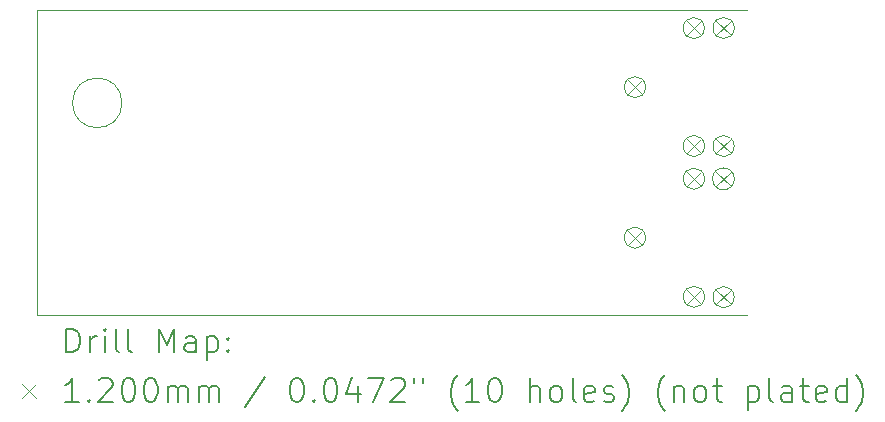
<source format=gbr>
%FSLAX45Y45*%
G04 Gerber Fmt 4.5, Leading zero omitted, Abs format (unit mm)*
G04 Created by KiCad (PCBNEW (6.0.5)) date 2022-08-07 22:37:00*
%MOMM*%
%LPD*%
G01*
G04 APERTURE LIST*
%TA.AperFunction,Profile*%
%ADD10C,0.050000*%
%TD*%
%TA.AperFunction,Profile*%
%ADD11C,0.100000*%
%TD*%
%ADD12C,0.200000*%
%ADD13C,0.120000*%
G04 APERTURE END LIST*
D10*
X22968000Y-7358000D02*
G75*
G03*
X22968000Y-7358000I-90000J0D01*
G01*
X22717000Y-7355000D02*
G75*
G03*
X22717000Y-7355000I-90000J0D01*
G01*
X22218000Y-6854000D02*
G75*
G03*
X22218000Y-6854000I-90000J0D01*
G01*
X22969617Y-6356000D02*
G75*
G03*
X22969617Y-6356000I-92618J0D01*
G01*
X22716995Y-6355000D02*
G75*
G03*
X22716995Y-6355000I-90000J0D01*
G01*
X22968000Y-6079000D02*
G75*
G03*
X22968000Y-6079000I-90000J0D01*
G01*
X22717000Y-6078000D02*
G75*
G03*
X22717000Y-6078000I-90000J0D01*
G01*
X22218000Y-5580000D02*
G75*
G03*
X22218000Y-5580000I-90000J0D01*
G01*
X22969000Y-5079000D02*
G75*
G03*
X22969000Y-5079000I-90000J0D01*
G01*
X22716000Y-5080000D02*
G75*
G03*
X22716000Y-5080000I-90000J0D01*
G01*
D11*
X17061211Y-7508000D02*
X23076789Y-7505000D01*
X17061211Y-4930000D02*
X17061211Y-7508000D01*
X23076789Y-4930000D02*
X17061211Y-4930000D01*
X17785000Y-5713000D02*
G75*
G03*
X17785000Y-5713000I-210000J0D01*
G01*
D12*
D13*
X22066789Y-5520000D02*
X22186789Y-5640000D01*
X22186789Y-5520000D02*
X22066789Y-5640000D01*
X22066789Y-6795000D02*
X22186789Y-6915000D01*
X22186789Y-6795000D02*
X22066789Y-6915000D01*
X22566789Y-5020000D02*
X22686789Y-5140000D01*
X22686789Y-5020000D02*
X22566789Y-5140000D01*
X22566789Y-6020000D02*
X22686789Y-6140000D01*
X22686789Y-6020000D02*
X22566789Y-6140000D01*
X22566789Y-6295000D02*
X22686789Y-6415000D01*
X22686789Y-6295000D02*
X22566789Y-6415000D01*
X22566789Y-7295000D02*
X22686789Y-7415000D01*
X22686789Y-7295000D02*
X22566789Y-7415000D01*
X22816789Y-5020000D02*
X22936789Y-5140000D01*
X22936789Y-5020000D02*
X22816789Y-5140000D01*
X22816789Y-6020000D02*
X22936789Y-6140000D01*
X22936789Y-6020000D02*
X22816789Y-6140000D01*
X22816789Y-6295000D02*
X22936789Y-6415000D01*
X22936789Y-6295000D02*
X22816789Y-6415000D01*
X22816789Y-7295000D02*
X22936789Y-7415000D01*
X22936789Y-7295000D02*
X22816789Y-7415000D01*
D12*
X17313830Y-7823476D02*
X17313830Y-7623476D01*
X17361449Y-7623476D01*
X17390021Y-7633000D01*
X17409068Y-7652048D01*
X17418592Y-7671095D01*
X17428116Y-7709190D01*
X17428116Y-7737762D01*
X17418592Y-7775857D01*
X17409068Y-7794905D01*
X17390021Y-7813952D01*
X17361449Y-7823476D01*
X17313830Y-7823476D01*
X17513830Y-7823476D02*
X17513830Y-7690143D01*
X17513830Y-7728238D02*
X17523354Y-7709190D01*
X17532878Y-7699667D01*
X17551926Y-7690143D01*
X17570973Y-7690143D01*
X17637640Y-7823476D02*
X17637640Y-7690143D01*
X17637640Y-7623476D02*
X17628116Y-7633000D01*
X17637640Y-7642524D01*
X17647164Y-7633000D01*
X17637640Y-7623476D01*
X17637640Y-7642524D01*
X17761449Y-7823476D02*
X17742402Y-7813952D01*
X17732878Y-7794905D01*
X17732878Y-7623476D01*
X17866211Y-7823476D02*
X17847164Y-7813952D01*
X17837640Y-7794905D01*
X17837640Y-7623476D01*
X18094783Y-7823476D02*
X18094783Y-7623476D01*
X18161449Y-7766333D01*
X18228116Y-7623476D01*
X18228116Y-7823476D01*
X18409068Y-7823476D02*
X18409068Y-7718714D01*
X18399545Y-7699667D01*
X18380497Y-7690143D01*
X18342402Y-7690143D01*
X18323354Y-7699667D01*
X18409068Y-7813952D02*
X18390021Y-7823476D01*
X18342402Y-7823476D01*
X18323354Y-7813952D01*
X18313830Y-7794905D01*
X18313830Y-7775857D01*
X18323354Y-7756809D01*
X18342402Y-7747286D01*
X18390021Y-7747286D01*
X18409068Y-7737762D01*
X18504307Y-7690143D02*
X18504307Y-7890143D01*
X18504307Y-7699667D02*
X18523354Y-7690143D01*
X18561449Y-7690143D01*
X18580497Y-7699667D01*
X18590021Y-7709190D01*
X18599545Y-7728238D01*
X18599545Y-7785381D01*
X18590021Y-7804428D01*
X18580497Y-7813952D01*
X18561449Y-7823476D01*
X18523354Y-7823476D01*
X18504307Y-7813952D01*
X18685259Y-7804428D02*
X18694783Y-7813952D01*
X18685259Y-7823476D01*
X18675735Y-7813952D01*
X18685259Y-7804428D01*
X18685259Y-7823476D01*
X18685259Y-7699667D02*
X18694783Y-7709190D01*
X18685259Y-7718714D01*
X18675735Y-7709190D01*
X18685259Y-7699667D01*
X18685259Y-7718714D01*
D13*
X16936211Y-8093000D02*
X17056211Y-8213000D01*
X17056211Y-8093000D02*
X16936211Y-8213000D01*
D12*
X17418592Y-8243476D02*
X17304307Y-8243476D01*
X17361449Y-8243476D02*
X17361449Y-8043476D01*
X17342402Y-8072048D01*
X17323354Y-8091095D01*
X17304307Y-8100619D01*
X17504307Y-8224428D02*
X17513830Y-8233952D01*
X17504307Y-8243476D01*
X17494783Y-8233952D01*
X17504307Y-8224428D01*
X17504307Y-8243476D01*
X17590021Y-8062524D02*
X17599545Y-8053000D01*
X17618592Y-8043476D01*
X17666211Y-8043476D01*
X17685259Y-8053000D01*
X17694783Y-8062524D01*
X17704307Y-8081571D01*
X17704307Y-8100619D01*
X17694783Y-8129190D01*
X17580497Y-8243476D01*
X17704307Y-8243476D01*
X17828116Y-8043476D02*
X17847164Y-8043476D01*
X17866211Y-8053000D01*
X17875735Y-8062524D01*
X17885259Y-8081571D01*
X17894783Y-8119667D01*
X17894783Y-8167286D01*
X17885259Y-8205381D01*
X17875735Y-8224428D01*
X17866211Y-8233952D01*
X17847164Y-8243476D01*
X17828116Y-8243476D01*
X17809068Y-8233952D01*
X17799545Y-8224428D01*
X17790021Y-8205381D01*
X17780497Y-8167286D01*
X17780497Y-8119667D01*
X17790021Y-8081571D01*
X17799545Y-8062524D01*
X17809068Y-8053000D01*
X17828116Y-8043476D01*
X18018592Y-8043476D02*
X18037640Y-8043476D01*
X18056687Y-8053000D01*
X18066211Y-8062524D01*
X18075735Y-8081571D01*
X18085259Y-8119667D01*
X18085259Y-8167286D01*
X18075735Y-8205381D01*
X18066211Y-8224428D01*
X18056687Y-8233952D01*
X18037640Y-8243476D01*
X18018592Y-8243476D01*
X17999545Y-8233952D01*
X17990021Y-8224428D01*
X17980497Y-8205381D01*
X17970973Y-8167286D01*
X17970973Y-8119667D01*
X17980497Y-8081571D01*
X17990021Y-8062524D01*
X17999545Y-8053000D01*
X18018592Y-8043476D01*
X18170973Y-8243476D02*
X18170973Y-8110143D01*
X18170973Y-8129190D02*
X18180497Y-8119667D01*
X18199545Y-8110143D01*
X18228116Y-8110143D01*
X18247164Y-8119667D01*
X18256687Y-8138714D01*
X18256687Y-8243476D01*
X18256687Y-8138714D02*
X18266211Y-8119667D01*
X18285259Y-8110143D01*
X18313830Y-8110143D01*
X18332878Y-8119667D01*
X18342402Y-8138714D01*
X18342402Y-8243476D01*
X18437640Y-8243476D02*
X18437640Y-8110143D01*
X18437640Y-8129190D02*
X18447164Y-8119667D01*
X18466211Y-8110143D01*
X18494783Y-8110143D01*
X18513830Y-8119667D01*
X18523354Y-8138714D01*
X18523354Y-8243476D01*
X18523354Y-8138714D02*
X18532878Y-8119667D01*
X18551926Y-8110143D01*
X18580497Y-8110143D01*
X18599545Y-8119667D01*
X18609068Y-8138714D01*
X18609068Y-8243476D01*
X18999545Y-8033952D02*
X18828116Y-8291095D01*
X19256687Y-8043476D02*
X19275735Y-8043476D01*
X19294783Y-8053000D01*
X19304307Y-8062524D01*
X19313830Y-8081571D01*
X19323354Y-8119667D01*
X19323354Y-8167286D01*
X19313830Y-8205381D01*
X19304307Y-8224428D01*
X19294783Y-8233952D01*
X19275735Y-8243476D01*
X19256687Y-8243476D01*
X19237640Y-8233952D01*
X19228116Y-8224428D01*
X19218592Y-8205381D01*
X19209068Y-8167286D01*
X19209068Y-8119667D01*
X19218592Y-8081571D01*
X19228116Y-8062524D01*
X19237640Y-8053000D01*
X19256687Y-8043476D01*
X19409068Y-8224428D02*
X19418592Y-8233952D01*
X19409068Y-8243476D01*
X19399545Y-8233952D01*
X19409068Y-8224428D01*
X19409068Y-8243476D01*
X19542402Y-8043476D02*
X19561449Y-8043476D01*
X19580497Y-8053000D01*
X19590021Y-8062524D01*
X19599545Y-8081571D01*
X19609068Y-8119667D01*
X19609068Y-8167286D01*
X19599545Y-8205381D01*
X19590021Y-8224428D01*
X19580497Y-8233952D01*
X19561449Y-8243476D01*
X19542402Y-8243476D01*
X19523354Y-8233952D01*
X19513830Y-8224428D01*
X19504307Y-8205381D01*
X19494783Y-8167286D01*
X19494783Y-8119667D01*
X19504307Y-8081571D01*
X19513830Y-8062524D01*
X19523354Y-8053000D01*
X19542402Y-8043476D01*
X19780497Y-8110143D02*
X19780497Y-8243476D01*
X19732878Y-8033952D02*
X19685259Y-8176809D01*
X19809068Y-8176809D01*
X19866211Y-8043476D02*
X19999545Y-8043476D01*
X19913830Y-8243476D01*
X20066211Y-8062524D02*
X20075735Y-8053000D01*
X20094783Y-8043476D01*
X20142402Y-8043476D01*
X20161449Y-8053000D01*
X20170973Y-8062524D01*
X20180497Y-8081571D01*
X20180497Y-8100619D01*
X20170973Y-8129190D01*
X20056687Y-8243476D01*
X20180497Y-8243476D01*
X20256687Y-8043476D02*
X20256687Y-8081571D01*
X20332878Y-8043476D02*
X20332878Y-8081571D01*
X20628116Y-8319667D02*
X20618592Y-8310143D01*
X20599545Y-8281571D01*
X20590021Y-8262524D01*
X20580497Y-8233952D01*
X20570973Y-8186333D01*
X20570973Y-8148238D01*
X20580497Y-8100619D01*
X20590021Y-8072048D01*
X20599545Y-8053000D01*
X20618592Y-8024428D01*
X20628116Y-8014905D01*
X20809068Y-8243476D02*
X20694783Y-8243476D01*
X20751926Y-8243476D02*
X20751926Y-8043476D01*
X20732878Y-8072048D01*
X20713830Y-8091095D01*
X20694783Y-8100619D01*
X20932878Y-8043476D02*
X20951926Y-8043476D01*
X20970973Y-8053000D01*
X20980497Y-8062524D01*
X20990021Y-8081571D01*
X20999545Y-8119667D01*
X20999545Y-8167286D01*
X20990021Y-8205381D01*
X20980497Y-8224428D01*
X20970973Y-8233952D01*
X20951926Y-8243476D01*
X20932878Y-8243476D01*
X20913830Y-8233952D01*
X20904307Y-8224428D01*
X20894783Y-8205381D01*
X20885259Y-8167286D01*
X20885259Y-8119667D01*
X20894783Y-8081571D01*
X20904307Y-8062524D01*
X20913830Y-8053000D01*
X20932878Y-8043476D01*
X21237640Y-8243476D02*
X21237640Y-8043476D01*
X21323354Y-8243476D02*
X21323354Y-8138714D01*
X21313830Y-8119667D01*
X21294783Y-8110143D01*
X21266211Y-8110143D01*
X21247164Y-8119667D01*
X21237640Y-8129190D01*
X21447164Y-8243476D02*
X21428116Y-8233952D01*
X21418592Y-8224428D01*
X21409068Y-8205381D01*
X21409068Y-8148238D01*
X21418592Y-8129190D01*
X21428116Y-8119667D01*
X21447164Y-8110143D01*
X21475735Y-8110143D01*
X21494783Y-8119667D01*
X21504307Y-8129190D01*
X21513830Y-8148238D01*
X21513830Y-8205381D01*
X21504307Y-8224428D01*
X21494783Y-8233952D01*
X21475735Y-8243476D01*
X21447164Y-8243476D01*
X21628116Y-8243476D02*
X21609068Y-8233952D01*
X21599545Y-8214905D01*
X21599545Y-8043476D01*
X21780497Y-8233952D02*
X21761449Y-8243476D01*
X21723354Y-8243476D01*
X21704307Y-8233952D01*
X21694783Y-8214905D01*
X21694783Y-8138714D01*
X21704307Y-8119667D01*
X21723354Y-8110143D01*
X21761449Y-8110143D01*
X21780497Y-8119667D01*
X21790021Y-8138714D01*
X21790021Y-8157762D01*
X21694783Y-8176809D01*
X21866211Y-8233952D02*
X21885259Y-8243476D01*
X21923354Y-8243476D01*
X21942402Y-8233952D01*
X21951926Y-8214905D01*
X21951926Y-8205381D01*
X21942402Y-8186333D01*
X21923354Y-8176809D01*
X21894783Y-8176809D01*
X21875735Y-8167286D01*
X21866211Y-8148238D01*
X21866211Y-8138714D01*
X21875735Y-8119667D01*
X21894783Y-8110143D01*
X21923354Y-8110143D01*
X21942402Y-8119667D01*
X22018592Y-8319667D02*
X22028116Y-8310143D01*
X22047164Y-8281571D01*
X22056687Y-8262524D01*
X22066211Y-8233952D01*
X22075735Y-8186333D01*
X22075735Y-8148238D01*
X22066211Y-8100619D01*
X22056687Y-8072048D01*
X22047164Y-8053000D01*
X22028116Y-8024428D01*
X22018592Y-8014905D01*
X22380497Y-8319667D02*
X22370973Y-8310143D01*
X22351926Y-8281571D01*
X22342402Y-8262524D01*
X22332878Y-8233952D01*
X22323354Y-8186333D01*
X22323354Y-8148238D01*
X22332878Y-8100619D01*
X22342402Y-8072048D01*
X22351926Y-8053000D01*
X22370973Y-8024428D01*
X22380497Y-8014905D01*
X22456687Y-8110143D02*
X22456687Y-8243476D01*
X22456687Y-8129190D02*
X22466211Y-8119667D01*
X22485259Y-8110143D01*
X22513830Y-8110143D01*
X22532878Y-8119667D01*
X22542402Y-8138714D01*
X22542402Y-8243476D01*
X22666211Y-8243476D02*
X22647164Y-8233952D01*
X22637640Y-8224428D01*
X22628116Y-8205381D01*
X22628116Y-8148238D01*
X22637640Y-8129190D01*
X22647164Y-8119667D01*
X22666211Y-8110143D01*
X22694783Y-8110143D01*
X22713830Y-8119667D01*
X22723354Y-8129190D01*
X22732878Y-8148238D01*
X22732878Y-8205381D01*
X22723354Y-8224428D01*
X22713830Y-8233952D01*
X22694783Y-8243476D01*
X22666211Y-8243476D01*
X22790021Y-8110143D02*
X22866211Y-8110143D01*
X22818592Y-8043476D02*
X22818592Y-8214905D01*
X22828116Y-8233952D01*
X22847164Y-8243476D01*
X22866211Y-8243476D01*
X23085259Y-8110143D02*
X23085259Y-8310143D01*
X23085259Y-8119667D02*
X23104306Y-8110143D01*
X23142402Y-8110143D01*
X23161449Y-8119667D01*
X23170973Y-8129190D01*
X23180497Y-8148238D01*
X23180497Y-8205381D01*
X23170973Y-8224428D01*
X23161449Y-8233952D01*
X23142402Y-8243476D01*
X23104306Y-8243476D01*
X23085259Y-8233952D01*
X23294783Y-8243476D02*
X23275735Y-8233952D01*
X23266211Y-8214905D01*
X23266211Y-8043476D01*
X23456687Y-8243476D02*
X23456687Y-8138714D01*
X23447164Y-8119667D01*
X23428116Y-8110143D01*
X23390021Y-8110143D01*
X23370973Y-8119667D01*
X23456687Y-8233952D02*
X23437640Y-8243476D01*
X23390021Y-8243476D01*
X23370973Y-8233952D01*
X23361449Y-8214905D01*
X23361449Y-8195857D01*
X23370973Y-8176809D01*
X23390021Y-8167286D01*
X23437640Y-8167286D01*
X23456687Y-8157762D01*
X23523354Y-8110143D02*
X23599545Y-8110143D01*
X23551925Y-8043476D02*
X23551925Y-8214905D01*
X23561449Y-8233952D01*
X23580497Y-8243476D01*
X23599545Y-8243476D01*
X23742402Y-8233952D02*
X23723354Y-8243476D01*
X23685259Y-8243476D01*
X23666211Y-8233952D01*
X23656687Y-8214905D01*
X23656687Y-8138714D01*
X23666211Y-8119667D01*
X23685259Y-8110143D01*
X23723354Y-8110143D01*
X23742402Y-8119667D01*
X23751925Y-8138714D01*
X23751925Y-8157762D01*
X23656687Y-8176809D01*
X23923354Y-8243476D02*
X23923354Y-8043476D01*
X23923354Y-8233952D02*
X23904306Y-8243476D01*
X23866211Y-8243476D01*
X23847164Y-8233952D01*
X23837640Y-8224428D01*
X23828116Y-8205381D01*
X23828116Y-8148238D01*
X23837640Y-8129190D01*
X23847164Y-8119667D01*
X23866211Y-8110143D01*
X23904306Y-8110143D01*
X23923354Y-8119667D01*
X23999545Y-8319667D02*
X24009068Y-8310143D01*
X24028116Y-8281571D01*
X24037640Y-8262524D01*
X24047164Y-8233952D01*
X24056687Y-8186333D01*
X24056687Y-8148238D01*
X24047164Y-8100619D01*
X24037640Y-8072048D01*
X24028116Y-8053000D01*
X24009068Y-8024428D01*
X23999545Y-8014905D01*
M02*

</source>
